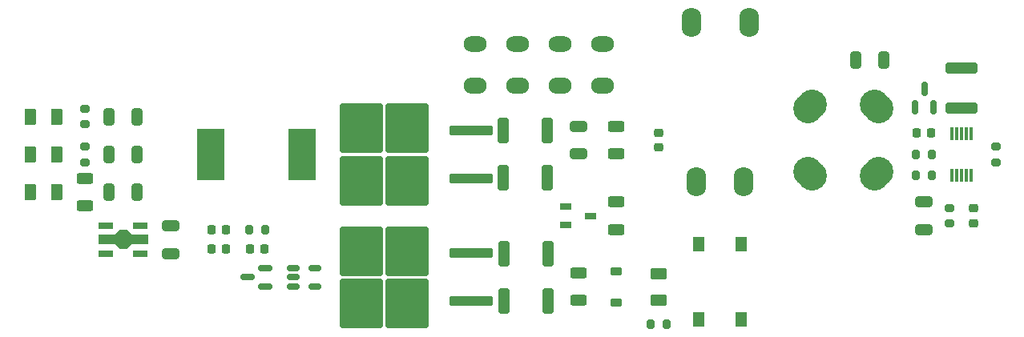
<source format=gbr>
%TF.GenerationSoftware,KiCad,Pcbnew,8.0.7*%
%TF.CreationDate,2025-01-02T06:30:12+11:00*%
%TF.ProjectId,plasma toroid unified,706c6173-6d61-4207-946f-726f69642075,v1.02*%
%TF.SameCoordinates,Original*%
%TF.FileFunction,Paste,Top*%
%TF.FilePolarity,Positive*%
%FSLAX46Y46*%
G04 Gerber Fmt 4.6, Leading zero omitted, Abs format (unit mm)*
G04 Created by KiCad (PCBNEW 8.0.7) date 2025-01-02 06:30:12*
%MOMM*%
%LPD*%
G01*
G04 APERTURE LIST*
G04 Aperture macros list*
%AMRoundRect*
0 Rectangle with rounded corners*
0 $1 Rounding radius*
0 $2 $3 $4 $5 $6 $7 $8 $9 X,Y pos of 4 corners*
0 Add a 4 corners polygon primitive as box body*
4,1,4,$2,$3,$4,$5,$6,$7,$8,$9,$2,$3,0*
0 Add four circle primitives for the rounded corners*
1,1,$1+$1,$2,$3*
1,1,$1+$1,$4,$5*
1,1,$1+$1,$6,$7*
1,1,$1+$1,$8,$9*
0 Add four rect primitives between the rounded corners*
20,1,$1+$1,$2,$3,$4,$5,0*
20,1,$1+$1,$4,$5,$6,$7,0*
20,1,$1+$1,$6,$7,$8,$9,0*
20,1,$1+$1,$8,$9,$2,$3,0*%
%AMFreePoly0*
4,1,13,0.900000,0.500000,2.600000,0.500000,2.600000,-0.500000,0.900000,-0.500000,0.400000,-1.000000,-0.400000,-1.000000,-0.900000,-0.500000,-2.600000,-0.500000,-2.600000,0.500000,-0.900000,0.500000,-0.400000,1.000000,0.400000,1.000000,0.900000,0.500000,0.900000,0.500000,$1*%
G04 Aperture macros list end*
%ADD10RoundRect,0.250000X-0.625000X0.312500X-0.625000X-0.312500X0.625000X-0.312500X0.625000X0.312500X0*%
%ADD11R,1.500000X0.700000*%
%ADD12FreePoly0,180.000000*%
%ADD13R,1.300000X1.550000*%
%ADD14RoundRect,0.793333X-0.406667X0.056667X-0.406667X-0.056667X0.406667X-0.056667X0.406667X0.056667X0*%
%ADD15RoundRect,0.816667X-0.383333X0.058333X-0.383333X-0.058333X0.383333X-0.058333X0.383333X0.058333X0*%
%ADD16RoundRect,0.225000X-0.375000X0.225000X-0.375000X-0.225000X0.375000X-0.225000X0.375000X0.225000X0*%
%ADD17RoundRect,0.150000X0.150000X-0.587500X0.150000X0.587500X-0.150000X0.587500X-0.150000X-0.587500X0*%
%ADD18RoundRect,0.250000X2.050000X0.300000X-2.050000X0.300000X-2.050000X-0.300000X2.050000X-0.300000X0*%
%ADD19RoundRect,0.250000X2.025000X2.375000X-2.025000X2.375000X-2.025000X-2.375000X2.025000X-2.375000X0*%
%ADD20RoundRect,0.225000X0.225000X0.250000X-0.225000X0.250000X-0.225000X-0.250000X0.225000X-0.250000X0*%
%ADD21RoundRect,0.200000X-0.275000X0.200000X-0.275000X-0.200000X0.275000X-0.200000X0.275000X0.200000X0*%
%ADD22RoundRect,0.250000X0.325000X0.650000X-0.325000X0.650000X-0.325000X-0.650000X0.325000X-0.650000X0*%
%ADD23RoundRect,0.225000X0.250000X-0.225000X0.250000X0.225000X-0.250000X0.225000X-0.250000X-0.225000X0*%
%ADD24RoundRect,0.150000X-0.512500X-0.150000X0.512500X-0.150000X0.512500X0.150000X-0.512500X0.150000X0*%
%ADD25RoundRect,0.200000X0.200000X0.275000X-0.200000X0.275000X-0.200000X-0.275000X0.200000X-0.275000X0*%
%ADD26RoundRect,0.250000X0.625000X-0.312500X0.625000X0.312500X-0.625000X0.312500X-0.625000X-0.312500X0*%
%ADD27RoundRect,1.500000X-0.212132X-0.282843X0.282843X0.212132X0.212132X0.282843X-0.282843X-0.212132X0*%
%ADD28RoundRect,1.500000X0.282843X-0.212132X-0.212132X0.282843X-0.282843X0.212132X0.212132X-0.282843X0*%
%ADD29RoundRect,1.500000X0.212132X0.282843X-0.282843X-0.212132X-0.212132X-0.282843X0.282843X0.212132X0*%
%ADD30RoundRect,0.250000X0.625000X-0.375000X0.625000X0.375000X-0.625000X0.375000X-0.625000X-0.375000X0*%
%ADD31RoundRect,0.250000X0.362500X1.075000X-0.362500X1.075000X-0.362500X-1.075000X0.362500X-1.075000X0*%
%ADD32RoundRect,0.200000X0.275000X-0.200000X0.275000X0.200000X-0.275000X0.200000X-0.275000X-0.200000X0*%
%ADD33R,0.300000X1.400000*%
%ADD34RoundRect,0.250000X-0.650000X0.325000X-0.650000X-0.325000X0.650000X-0.325000X0.650000X0.325000X0*%
%ADD35RoundRect,0.250000X0.375000X0.625000X-0.375000X0.625000X-0.375000X-0.625000X0.375000X-0.625000X0*%
%ADD36R,1.220000X0.650000*%
%ADD37R,2.900000X5.400000*%
%ADD38RoundRect,0.250000X-1.450000X0.312500X-1.450000X-0.312500X1.450000X-0.312500X1.450000X0.312500X0*%
%ADD39RoundRect,0.200000X-0.200000X-0.275000X0.200000X-0.275000X0.200000X0.275000X-0.200000X0.275000X0*%
%ADD40RoundRect,0.225000X-0.225000X-0.250000X0.225000X-0.250000X0.225000X0.250000X-0.225000X0.250000X0*%
%ADD41RoundRect,0.150000X0.587500X0.150000X-0.587500X0.150000X-0.587500X-0.150000X0.587500X-0.150000X0*%
%ADD42RoundRect,0.250000X0.650000X-0.325000X0.650000X0.325000X-0.650000X0.325000X-0.650000X-0.325000X0*%
%ADD43RoundRect,0.800000X-0.200000X0.700000X-0.200000X-0.700000X0.200000X-0.700000X0.200000X0.700000X0*%
G04 APERTURE END LIST*
D10*
%TO.C,R11*%
X156900005Y-209558154D03*
X156900005Y-212483154D03*
%TD*%
D11*
%TO.C,U2*%
X162745420Y-217541308D03*
D12*
X160895420Y-216041308D03*
D11*
X162745420Y-214541308D03*
X159045420Y-214541308D03*
X159045420Y-217541308D03*
%TD*%
D13*
%TO.C,SW1*%
X221747710Y-224495654D03*
X221747710Y-216545654D03*
X226247710Y-224495654D03*
X226247710Y-216545654D03*
%TD*%
D14*
%TO.C,Cp4*%
X198100000Y-195370654D03*
D15*
X198100000Y-199745654D03*
%TD*%
D16*
%TO.C,D5*%
X213000000Y-219370654D03*
X213000000Y-222670654D03*
%TD*%
D17*
%TO.C,D4*%
X244610210Y-202008154D03*
X246510210Y-202008154D03*
X245560210Y-200133154D03*
%TD*%
D18*
%TO.C,Q2*%
X197647710Y-209560654D03*
D19*
X190922710Y-209795654D03*
X190922710Y-204245654D03*
X186072710Y-209795654D03*
X186072710Y-204245654D03*
D18*
X197647710Y-204480654D03*
%TD*%
D20*
%TO.C,C3*%
X246275000Y-204720654D03*
X244725000Y-204720654D03*
%TD*%
D21*
%TO.C,R4*%
X156900005Y-202195654D03*
X156900005Y-203845654D03*
%TD*%
D22*
%TO.C,C6*%
X241272710Y-197020654D03*
X238322710Y-197020654D03*
%TD*%
D23*
%TO.C,C1*%
X250750000Y-214295654D03*
X250750000Y-212745654D03*
%TD*%
D24*
%TO.C,U4*%
X178860210Y-219070654D03*
X178860210Y-220020654D03*
X178860210Y-220970654D03*
X181135210Y-220970654D03*
X181135210Y-219070654D03*
%TD*%
D25*
%TO.C,R1*%
X218322710Y-225020654D03*
X216672710Y-225020654D03*
%TD*%
D26*
%TO.C,R8*%
X208997710Y-222483154D03*
X208997710Y-219558154D03*
%TD*%
D27*
%TO.C,T1*%
X233464466Y-201964466D03*
D28*
X233464466Y-209035534D03*
D29*
X240535534Y-209035534D03*
D28*
X240535534Y-201964466D03*
%TD*%
D20*
%TO.C,C12*%
X171772710Y-217020654D03*
X170222710Y-217020654D03*
%TD*%
D22*
%TO.C,C10*%
X162375005Y-207020654D03*
X159425005Y-207020654D03*
%TD*%
D30*
%TO.C,D2*%
X217500000Y-222420654D03*
X217500000Y-219620654D03*
%TD*%
D31*
%TO.C,Rg3*%
X205712500Y-204520654D03*
X201087500Y-204520654D03*
%TD*%
D10*
%TO.C,R10*%
X212997710Y-204058154D03*
X212997710Y-206983154D03*
%TD*%
D32*
%TO.C,R2*%
X253097710Y-207845654D03*
X253097710Y-206195654D03*
%TD*%
D18*
%TO.C,Q1*%
X197650000Y-222560654D03*
D19*
X190925000Y-222795654D03*
X190925000Y-217245654D03*
X186075000Y-222795654D03*
X186075000Y-217245654D03*
D18*
X197650000Y-217480654D03*
%TD*%
D33*
%TO.C,U1*%
X248500000Y-209220654D03*
X249000000Y-209220654D03*
X249500000Y-209220654D03*
X250000000Y-209220654D03*
X250500000Y-209220654D03*
X250500000Y-204820654D03*
X250000000Y-204820654D03*
X249500000Y-204820654D03*
X249000000Y-204820654D03*
X248500000Y-204820654D03*
%TD*%
D31*
%TO.C,Rg1*%
X205810210Y-217520654D03*
X201185210Y-217520654D03*
%TD*%
D34*
%TO.C,C14*%
X208997710Y-204045654D03*
X208997710Y-206995654D03*
%TD*%
D35*
%TO.C,D7*%
X153897710Y-211020654D03*
X151097710Y-211020654D03*
%TD*%
D34*
%TO.C,C2*%
X245497710Y-212045654D03*
X245497710Y-214995654D03*
%TD*%
D36*
%TO.C,D8*%
X207687710Y-212570654D03*
X207687710Y-214470654D03*
X210307710Y-213520654D03*
%TD*%
D14*
%TO.C,Cp2*%
X207097710Y-195370654D03*
D15*
X207097710Y-199745654D03*
%TD*%
D32*
%TO.C,R9*%
X156897710Y-207845654D03*
X156897710Y-206195654D03*
%TD*%
D20*
%TO.C,C7*%
X175872710Y-217020654D03*
X174322710Y-217020654D03*
%TD*%
D37*
%TO.C,L1*%
X170147710Y-207020654D03*
X179847710Y-207020654D03*
%TD*%
D38*
%TO.C,GD1*%
X249497710Y-197883154D03*
X249497710Y-202158154D03*
%TD*%
D26*
%TO.C,R12*%
X212997710Y-214983154D03*
X212997710Y-212058154D03*
%TD*%
D22*
%TO.C,C4*%
X162375005Y-211020654D03*
X159425005Y-211020654D03*
%TD*%
D39*
%TO.C,R5*%
X244672710Y-207020654D03*
X246322710Y-207020654D03*
%TD*%
D31*
%TO.C,Rg2*%
X205810210Y-222520654D03*
X201185210Y-222520654D03*
%TD*%
D14*
%TO.C,Cp3*%
X202597710Y-195370654D03*
D15*
X202597710Y-199745654D03*
%TD*%
D32*
%TO.C,R3*%
X248250000Y-214345654D03*
X248250000Y-212695654D03*
%TD*%
D23*
%TO.C,C13*%
X217497710Y-206295654D03*
X217497710Y-204745654D03*
%TD*%
D14*
%TO.C,Cp1*%
X211597710Y-195370654D03*
D15*
X211597710Y-199745654D03*
%TD*%
D35*
%TO.C,D6*%
X153897710Y-207020654D03*
X151097710Y-207020654D03*
%TD*%
D40*
%TO.C,C11*%
X170250000Y-215020654D03*
X171800000Y-215020654D03*
%TD*%
D41*
%TO.C,U3*%
X175935210Y-220970654D03*
X175935210Y-219070654D03*
X174060210Y-220020654D03*
%TD*%
D31*
%TO.C,Rg4*%
X205712500Y-209520654D03*
X201087500Y-209520654D03*
%TD*%
D35*
%TO.C,D3*%
X153897710Y-203020654D03*
X151097710Y-203020654D03*
%TD*%
D42*
%TO.C,C5*%
X165893130Y-217516308D03*
X165893130Y-214566308D03*
%TD*%
D43*
%TO.C,T2*%
X226497710Y-209920654D03*
X221497710Y-209920654D03*
X220947710Y-193070654D03*
X227047710Y-193070654D03*
%TD*%
D25*
%TO.C,R6*%
X246322710Y-209220654D03*
X244672710Y-209220654D03*
%TD*%
%TO.C,R7*%
X175900410Y-215020654D03*
X174250410Y-215020654D03*
%TD*%
D22*
%TO.C,C9*%
X162372710Y-203020654D03*
X159422710Y-203020654D03*
%TD*%
M02*

</source>
